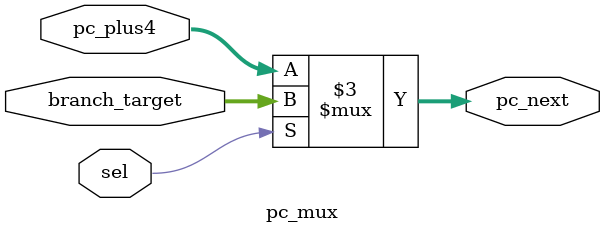
<source format=v>
module pc_mux (
    input  wire [31:0] pc_plus4,    
    input  wire [31:0] branch_target, 
    input  wire        sel,           
    output reg  [31:0] pc_next       
);

    always @(*) begin
        if (sel)
            pc_next = branch_target;
        else
            pc_next = pc_plus4;
    end

endmodule

</source>
